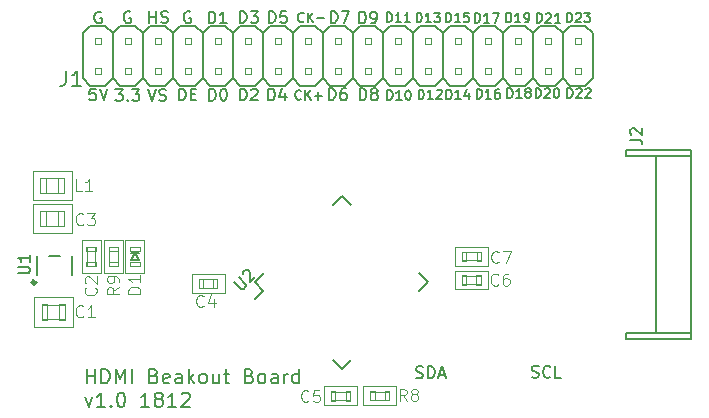
<source format=gto>
G04 #@! TF.GenerationSoftware,KiCad,Pcbnew,(5.0.2)-1*
G04 #@! TF.CreationDate,2018-12-31T23:20:10+09:00*
G04 #@! TF.ProjectId,hdmi,68646d69-2e6b-4696-9361-645f70636258,rev?*
G04 #@! TF.SameCoordinates,Original*
G04 #@! TF.FileFunction,Legend,Top*
G04 #@! TF.FilePolarity,Positive*
%FSLAX46Y46*%
G04 Gerber Fmt 4.6, Leading zero omitted, Abs format (unit mm)*
G04 Created by KiCad (PCBNEW (5.0.2)-1) date 2018/12/31 23:20:10*
%MOMM*%
%LPD*%
G01*
G04 APERTURE LIST*
%ADD10C,0.200000*%
%ADD11C,0.150000*%
%ADD12C,0.101600*%
%ADD13C,0.066040*%
%ADD14C,0.152400*%
%ADD15C,0.300000*%
%ADD16C,0.180000*%
%ADD17C,0.127000*%
%ADD18C,0.076200*%
G04 APERTURE END LIST*
D10*
X101315714Y-126742857D02*
X101315714Y-125542857D01*
X101315714Y-126114285D02*
X102001428Y-126114285D01*
X102001428Y-126742857D02*
X102001428Y-125542857D01*
X102572857Y-126742857D02*
X102572857Y-125542857D01*
X102858571Y-125542857D01*
X103030000Y-125600000D01*
X103144285Y-125714285D01*
X103201428Y-125828571D01*
X103258571Y-126057142D01*
X103258571Y-126228571D01*
X103201428Y-126457142D01*
X103144285Y-126571428D01*
X103030000Y-126685714D01*
X102858571Y-126742857D01*
X102572857Y-126742857D01*
X103772857Y-126742857D02*
X103772857Y-125542857D01*
X104172857Y-126400000D01*
X104572857Y-125542857D01*
X104572857Y-126742857D01*
X105144285Y-126742857D02*
X105144285Y-125542857D01*
X107030000Y-126114285D02*
X107201428Y-126171428D01*
X107258571Y-126228571D01*
X107315714Y-126342857D01*
X107315714Y-126514285D01*
X107258571Y-126628571D01*
X107201428Y-126685714D01*
X107087142Y-126742857D01*
X106630000Y-126742857D01*
X106630000Y-125542857D01*
X107030000Y-125542857D01*
X107144285Y-125600000D01*
X107201428Y-125657142D01*
X107258571Y-125771428D01*
X107258571Y-125885714D01*
X107201428Y-126000000D01*
X107144285Y-126057142D01*
X107030000Y-126114285D01*
X106630000Y-126114285D01*
X108287142Y-126685714D02*
X108172857Y-126742857D01*
X107944285Y-126742857D01*
X107830000Y-126685714D01*
X107772857Y-126571428D01*
X107772857Y-126114285D01*
X107830000Y-126000000D01*
X107944285Y-125942857D01*
X108172857Y-125942857D01*
X108287142Y-126000000D01*
X108344285Y-126114285D01*
X108344285Y-126228571D01*
X107772857Y-126342857D01*
X109372857Y-126742857D02*
X109372857Y-126114285D01*
X109315714Y-126000000D01*
X109201428Y-125942857D01*
X108972857Y-125942857D01*
X108858571Y-126000000D01*
X109372857Y-126685714D02*
X109258571Y-126742857D01*
X108972857Y-126742857D01*
X108858571Y-126685714D01*
X108801428Y-126571428D01*
X108801428Y-126457142D01*
X108858571Y-126342857D01*
X108972857Y-126285714D01*
X109258571Y-126285714D01*
X109372857Y-126228571D01*
X109944285Y-126742857D02*
X109944285Y-125542857D01*
X110058571Y-126285714D02*
X110401428Y-126742857D01*
X110401428Y-125942857D02*
X109944285Y-126400000D01*
X111087142Y-126742857D02*
X110972857Y-126685714D01*
X110915714Y-126628571D01*
X110858571Y-126514285D01*
X110858571Y-126171428D01*
X110915714Y-126057142D01*
X110972857Y-126000000D01*
X111087142Y-125942857D01*
X111258571Y-125942857D01*
X111372857Y-126000000D01*
X111430000Y-126057142D01*
X111487142Y-126171428D01*
X111487142Y-126514285D01*
X111430000Y-126628571D01*
X111372857Y-126685714D01*
X111258571Y-126742857D01*
X111087142Y-126742857D01*
X112515714Y-125942857D02*
X112515714Y-126742857D01*
X112001428Y-125942857D02*
X112001428Y-126571428D01*
X112058571Y-126685714D01*
X112172857Y-126742857D01*
X112344285Y-126742857D01*
X112458571Y-126685714D01*
X112515714Y-126628571D01*
X112915714Y-125942857D02*
X113372857Y-125942857D01*
X113087142Y-125542857D02*
X113087142Y-126571428D01*
X113144285Y-126685714D01*
X113258571Y-126742857D01*
X113372857Y-126742857D01*
X115087142Y-126114285D02*
X115258571Y-126171428D01*
X115315714Y-126228571D01*
X115372857Y-126342857D01*
X115372857Y-126514285D01*
X115315714Y-126628571D01*
X115258571Y-126685714D01*
X115144285Y-126742857D01*
X114687142Y-126742857D01*
X114687142Y-125542857D01*
X115087142Y-125542857D01*
X115201428Y-125600000D01*
X115258571Y-125657142D01*
X115315714Y-125771428D01*
X115315714Y-125885714D01*
X115258571Y-126000000D01*
X115201428Y-126057142D01*
X115087142Y-126114285D01*
X114687142Y-126114285D01*
X116058571Y-126742857D02*
X115944285Y-126685714D01*
X115887142Y-126628571D01*
X115830000Y-126514285D01*
X115830000Y-126171428D01*
X115887142Y-126057142D01*
X115944285Y-126000000D01*
X116058571Y-125942857D01*
X116230000Y-125942857D01*
X116344285Y-126000000D01*
X116401428Y-126057142D01*
X116458571Y-126171428D01*
X116458571Y-126514285D01*
X116401428Y-126628571D01*
X116344285Y-126685714D01*
X116230000Y-126742857D01*
X116058571Y-126742857D01*
X117487142Y-126742857D02*
X117487142Y-126114285D01*
X117430000Y-126000000D01*
X117315714Y-125942857D01*
X117087142Y-125942857D01*
X116972857Y-126000000D01*
X117487142Y-126685714D02*
X117372857Y-126742857D01*
X117087142Y-126742857D01*
X116972857Y-126685714D01*
X116915714Y-126571428D01*
X116915714Y-126457142D01*
X116972857Y-126342857D01*
X117087142Y-126285714D01*
X117372857Y-126285714D01*
X117487142Y-126228571D01*
X118058571Y-126742857D02*
X118058571Y-125942857D01*
X118058571Y-126171428D02*
X118115714Y-126057142D01*
X118172857Y-126000000D01*
X118287142Y-125942857D01*
X118401428Y-125942857D01*
X119315714Y-126742857D02*
X119315714Y-125542857D01*
X119315714Y-126685714D02*
X119201428Y-126742857D01*
X118972857Y-126742857D01*
X118858571Y-126685714D01*
X118801428Y-126628571D01*
X118744285Y-126514285D01*
X118744285Y-126171428D01*
X118801428Y-126057142D01*
X118858571Y-126000000D01*
X118972857Y-125942857D01*
X119201428Y-125942857D01*
X119315714Y-126000000D01*
X101201428Y-127942857D02*
X101487142Y-128742857D01*
X101772857Y-127942857D01*
X102858571Y-128742857D02*
X102172857Y-128742857D01*
X102515714Y-128742857D02*
X102515714Y-127542857D01*
X102401428Y-127714285D01*
X102287142Y-127828571D01*
X102172857Y-127885714D01*
X103372857Y-128628571D02*
X103430000Y-128685714D01*
X103372857Y-128742857D01*
X103315714Y-128685714D01*
X103372857Y-128628571D01*
X103372857Y-128742857D01*
X104172857Y-127542857D02*
X104287142Y-127542857D01*
X104401428Y-127600000D01*
X104458571Y-127657142D01*
X104515714Y-127771428D01*
X104572857Y-128000000D01*
X104572857Y-128285714D01*
X104515714Y-128514285D01*
X104458571Y-128628571D01*
X104401428Y-128685714D01*
X104287142Y-128742857D01*
X104172857Y-128742857D01*
X104058571Y-128685714D01*
X104001428Y-128628571D01*
X103944285Y-128514285D01*
X103887142Y-128285714D01*
X103887142Y-128000000D01*
X103944285Y-127771428D01*
X104001428Y-127657142D01*
X104058571Y-127600000D01*
X104172857Y-127542857D01*
X106630000Y-128742857D02*
X105944285Y-128742857D01*
X106287142Y-128742857D02*
X106287142Y-127542857D01*
X106172857Y-127714285D01*
X106058571Y-127828571D01*
X105944285Y-127885714D01*
X107315714Y-128057142D02*
X107201428Y-128000000D01*
X107144285Y-127942857D01*
X107087142Y-127828571D01*
X107087142Y-127771428D01*
X107144285Y-127657142D01*
X107201428Y-127600000D01*
X107315714Y-127542857D01*
X107544285Y-127542857D01*
X107658571Y-127600000D01*
X107715714Y-127657142D01*
X107772857Y-127771428D01*
X107772857Y-127828571D01*
X107715714Y-127942857D01*
X107658571Y-128000000D01*
X107544285Y-128057142D01*
X107315714Y-128057142D01*
X107201428Y-128114285D01*
X107144285Y-128171428D01*
X107087142Y-128285714D01*
X107087142Y-128514285D01*
X107144285Y-128628571D01*
X107201428Y-128685714D01*
X107315714Y-128742857D01*
X107544285Y-128742857D01*
X107658571Y-128685714D01*
X107715714Y-128628571D01*
X107772857Y-128514285D01*
X107772857Y-128285714D01*
X107715714Y-128171428D01*
X107658571Y-128114285D01*
X107544285Y-128057142D01*
X108915714Y-128742857D02*
X108230000Y-128742857D01*
X108572857Y-128742857D02*
X108572857Y-127542857D01*
X108458571Y-127714285D01*
X108344285Y-127828571D01*
X108230000Y-127885714D01*
X109372857Y-127657142D02*
X109430000Y-127600000D01*
X109544285Y-127542857D01*
X109830000Y-127542857D01*
X109944285Y-127600000D01*
X110001428Y-127657142D01*
X110058571Y-127771428D01*
X110058571Y-127885714D01*
X110001428Y-128057142D01*
X109315714Y-128742857D01*
X110058571Y-128742857D01*
X142028571Y-102561904D02*
X142028571Y-101761904D01*
X142219047Y-101761904D01*
X142333333Y-101800000D01*
X142409523Y-101876190D01*
X142447619Y-101952380D01*
X142485714Y-102104761D01*
X142485714Y-102219047D01*
X142447619Y-102371428D01*
X142409523Y-102447619D01*
X142333333Y-102523809D01*
X142219047Y-102561904D01*
X142028571Y-102561904D01*
X142790476Y-101838095D02*
X142828571Y-101800000D01*
X142904761Y-101761904D01*
X143095238Y-101761904D01*
X143171428Y-101800000D01*
X143209523Y-101838095D01*
X143247619Y-101914285D01*
X143247619Y-101990476D01*
X143209523Y-102104761D01*
X142752380Y-102561904D01*
X143247619Y-102561904D01*
X143552380Y-101838095D02*
X143590476Y-101800000D01*
X143666666Y-101761904D01*
X143857142Y-101761904D01*
X143933333Y-101800000D01*
X143971428Y-101838095D01*
X144009523Y-101914285D01*
X144009523Y-101990476D01*
X143971428Y-102104761D01*
X143514285Y-102561904D01*
X144009523Y-102561904D01*
X139328571Y-102561904D02*
X139328571Y-101761904D01*
X139519047Y-101761904D01*
X139633333Y-101800000D01*
X139709523Y-101876190D01*
X139747619Y-101952380D01*
X139785714Y-102104761D01*
X139785714Y-102219047D01*
X139747619Y-102371428D01*
X139709523Y-102447619D01*
X139633333Y-102523809D01*
X139519047Y-102561904D01*
X139328571Y-102561904D01*
X140090476Y-101838095D02*
X140128571Y-101800000D01*
X140204761Y-101761904D01*
X140395238Y-101761904D01*
X140471428Y-101800000D01*
X140509523Y-101838095D01*
X140547619Y-101914285D01*
X140547619Y-101990476D01*
X140509523Y-102104761D01*
X140052380Y-102561904D01*
X140547619Y-102561904D01*
X141042857Y-101761904D02*
X141119047Y-101761904D01*
X141195238Y-101800000D01*
X141233333Y-101838095D01*
X141271428Y-101914285D01*
X141309523Y-102066666D01*
X141309523Y-102257142D01*
X141271428Y-102409523D01*
X141233333Y-102485714D01*
X141195238Y-102523809D01*
X141119047Y-102561904D01*
X141042857Y-102561904D01*
X140966666Y-102523809D01*
X140928571Y-102485714D01*
X140890476Y-102409523D01*
X140852380Y-102257142D01*
X140852380Y-102066666D01*
X140890476Y-101914285D01*
X140928571Y-101838095D01*
X140966666Y-101800000D01*
X141042857Y-101761904D01*
X136948571Y-102581904D02*
X136948571Y-101781904D01*
X137139047Y-101781904D01*
X137253333Y-101820000D01*
X137329523Y-101896190D01*
X137367619Y-101972380D01*
X137405714Y-102124761D01*
X137405714Y-102239047D01*
X137367619Y-102391428D01*
X137329523Y-102467619D01*
X137253333Y-102543809D01*
X137139047Y-102581904D01*
X136948571Y-102581904D01*
X138167619Y-102581904D02*
X137710476Y-102581904D01*
X137939047Y-102581904D02*
X137939047Y-101781904D01*
X137862857Y-101896190D01*
X137786666Y-101972380D01*
X137710476Y-102010476D01*
X138624761Y-102124761D02*
X138548571Y-102086666D01*
X138510476Y-102048571D01*
X138472380Y-101972380D01*
X138472380Y-101934285D01*
X138510476Y-101858095D01*
X138548571Y-101820000D01*
X138624761Y-101781904D01*
X138777142Y-101781904D01*
X138853333Y-101820000D01*
X138891428Y-101858095D01*
X138929523Y-101934285D01*
X138929523Y-101972380D01*
X138891428Y-102048571D01*
X138853333Y-102086666D01*
X138777142Y-102124761D01*
X138624761Y-102124761D01*
X138548571Y-102162857D01*
X138510476Y-102200952D01*
X138472380Y-102277142D01*
X138472380Y-102429523D01*
X138510476Y-102505714D01*
X138548571Y-102543809D01*
X138624761Y-102581904D01*
X138777142Y-102581904D01*
X138853333Y-102543809D01*
X138891428Y-102505714D01*
X138929523Y-102429523D01*
X138929523Y-102277142D01*
X138891428Y-102200952D01*
X138853333Y-102162857D01*
X138777142Y-102124761D01*
X134338571Y-102641904D02*
X134338571Y-101841904D01*
X134529047Y-101841904D01*
X134643333Y-101880000D01*
X134719523Y-101956190D01*
X134757619Y-102032380D01*
X134795714Y-102184761D01*
X134795714Y-102299047D01*
X134757619Y-102451428D01*
X134719523Y-102527619D01*
X134643333Y-102603809D01*
X134529047Y-102641904D01*
X134338571Y-102641904D01*
X135557619Y-102641904D02*
X135100476Y-102641904D01*
X135329047Y-102641904D02*
X135329047Y-101841904D01*
X135252857Y-101956190D01*
X135176666Y-102032380D01*
X135100476Y-102070476D01*
X136243333Y-101841904D02*
X136090952Y-101841904D01*
X136014761Y-101880000D01*
X135976666Y-101918095D01*
X135900476Y-102032380D01*
X135862380Y-102184761D01*
X135862380Y-102489523D01*
X135900476Y-102565714D01*
X135938571Y-102603809D01*
X136014761Y-102641904D01*
X136167142Y-102641904D01*
X136243333Y-102603809D01*
X136281428Y-102565714D01*
X136319523Y-102489523D01*
X136319523Y-102299047D01*
X136281428Y-102222857D01*
X136243333Y-102184761D01*
X136167142Y-102146666D01*
X136014761Y-102146666D01*
X135938571Y-102184761D01*
X135900476Y-102222857D01*
X135862380Y-102299047D01*
X131778571Y-102681904D02*
X131778571Y-101881904D01*
X131969047Y-101881904D01*
X132083333Y-101920000D01*
X132159523Y-101996190D01*
X132197619Y-102072380D01*
X132235714Y-102224761D01*
X132235714Y-102339047D01*
X132197619Y-102491428D01*
X132159523Y-102567619D01*
X132083333Y-102643809D01*
X131969047Y-102681904D01*
X131778571Y-102681904D01*
X132997619Y-102681904D02*
X132540476Y-102681904D01*
X132769047Y-102681904D02*
X132769047Y-101881904D01*
X132692857Y-101996190D01*
X132616666Y-102072380D01*
X132540476Y-102110476D01*
X133683333Y-102148571D02*
X133683333Y-102681904D01*
X133492857Y-101843809D02*
X133302380Y-102415238D01*
X133797619Y-102415238D01*
X141968571Y-96171904D02*
X141968571Y-95371904D01*
X142159047Y-95371904D01*
X142273333Y-95410000D01*
X142349523Y-95486190D01*
X142387619Y-95562380D01*
X142425714Y-95714761D01*
X142425714Y-95829047D01*
X142387619Y-95981428D01*
X142349523Y-96057619D01*
X142273333Y-96133809D01*
X142159047Y-96171904D01*
X141968571Y-96171904D01*
X142730476Y-95448095D02*
X142768571Y-95410000D01*
X142844761Y-95371904D01*
X143035238Y-95371904D01*
X143111428Y-95410000D01*
X143149523Y-95448095D01*
X143187619Y-95524285D01*
X143187619Y-95600476D01*
X143149523Y-95714761D01*
X142692380Y-96171904D01*
X143187619Y-96171904D01*
X143454285Y-95371904D02*
X143949523Y-95371904D01*
X143682857Y-95676666D01*
X143797142Y-95676666D01*
X143873333Y-95714761D01*
X143911428Y-95752857D01*
X143949523Y-95829047D01*
X143949523Y-96019523D01*
X143911428Y-96095714D01*
X143873333Y-96133809D01*
X143797142Y-96171904D01*
X143568571Y-96171904D01*
X143492380Y-96133809D01*
X143454285Y-96095714D01*
X139438571Y-96201904D02*
X139438571Y-95401904D01*
X139629047Y-95401904D01*
X139743333Y-95440000D01*
X139819523Y-95516190D01*
X139857619Y-95592380D01*
X139895714Y-95744761D01*
X139895714Y-95859047D01*
X139857619Y-96011428D01*
X139819523Y-96087619D01*
X139743333Y-96163809D01*
X139629047Y-96201904D01*
X139438571Y-96201904D01*
X140200476Y-95478095D02*
X140238571Y-95440000D01*
X140314761Y-95401904D01*
X140505238Y-95401904D01*
X140581428Y-95440000D01*
X140619523Y-95478095D01*
X140657619Y-95554285D01*
X140657619Y-95630476D01*
X140619523Y-95744761D01*
X140162380Y-96201904D01*
X140657619Y-96201904D01*
X141419523Y-96201904D02*
X140962380Y-96201904D01*
X141190952Y-96201904D02*
X141190952Y-95401904D01*
X141114761Y-95516190D01*
X141038571Y-95592380D01*
X140962380Y-95630476D01*
X136828571Y-96191904D02*
X136828571Y-95391904D01*
X137019047Y-95391904D01*
X137133333Y-95430000D01*
X137209523Y-95506190D01*
X137247619Y-95582380D01*
X137285714Y-95734761D01*
X137285714Y-95849047D01*
X137247619Y-96001428D01*
X137209523Y-96077619D01*
X137133333Y-96153809D01*
X137019047Y-96191904D01*
X136828571Y-96191904D01*
X138047619Y-96191904D02*
X137590476Y-96191904D01*
X137819047Y-96191904D02*
X137819047Y-95391904D01*
X137742857Y-95506190D01*
X137666666Y-95582380D01*
X137590476Y-95620476D01*
X138428571Y-96191904D02*
X138580952Y-96191904D01*
X138657142Y-96153809D01*
X138695238Y-96115714D01*
X138771428Y-96001428D01*
X138809523Y-95849047D01*
X138809523Y-95544285D01*
X138771428Y-95468095D01*
X138733333Y-95430000D01*
X138657142Y-95391904D01*
X138504761Y-95391904D01*
X138428571Y-95430000D01*
X138390476Y-95468095D01*
X138352380Y-95544285D01*
X138352380Y-95734761D01*
X138390476Y-95810952D01*
X138428571Y-95849047D01*
X138504761Y-95887142D01*
X138657142Y-95887142D01*
X138733333Y-95849047D01*
X138771428Y-95810952D01*
X138809523Y-95734761D01*
X134198571Y-96201904D02*
X134198571Y-95401904D01*
X134389047Y-95401904D01*
X134503333Y-95440000D01*
X134579523Y-95516190D01*
X134617619Y-95592380D01*
X134655714Y-95744761D01*
X134655714Y-95859047D01*
X134617619Y-96011428D01*
X134579523Y-96087619D01*
X134503333Y-96163809D01*
X134389047Y-96201904D01*
X134198571Y-96201904D01*
X135417619Y-96201904D02*
X134960476Y-96201904D01*
X135189047Y-96201904D02*
X135189047Y-95401904D01*
X135112857Y-95516190D01*
X135036666Y-95592380D01*
X134960476Y-95630476D01*
X135684285Y-95401904D02*
X136217619Y-95401904D01*
X135874761Y-96201904D01*
X131728571Y-96171904D02*
X131728571Y-95371904D01*
X131919047Y-95371904D01*
X132033333Y-95410000D01*
X132109523Y-95486190D01*
X132147619Y-95562380D01*
X132185714Y-95714761D01*
X132185714Y-95829047D01*
X132147619Y-95981428D01*
X132109523Y-96057619D01*
X132033333Y-96133809D01*
X131919047Y-96171904D01*
X131728571Y-96171904D01*
X132947619Y-96171904D02*
X132490476Y-96171904D01*
X132719047Y-96171904D02*
X132719047Y-95371904D01*
X132642857Y-95486190D01*
X132566666Y-95562380D01*
X132490476Y-95600476D01*
X133671428Y-95371904D02*
X133290476Y-95371904D01*
X133252380Y-95752857D01*
X133290476Y-95714761D01*
X133366666Y-95676666D01*
X133557142Y-95676666D01*
X133633333Y-95714761D01*
X133671428Y-95752857D01*
X133709523Y-95829047D01*
X133709523Y-96019523D01*
X133671428Y-96095714D01*
X133633333Y-96133809D01*
X133557142Y-96171904D01*
X133366666Y-96171904D01*
X133290476Y-96133809D01*
X133252380Y-96095714D01*
X129248571Y-96191904D02*
X129248571Y-95391904D01*
X129439047Y-95391904D01*
X129553333Y-95430000D01*
X129629523Y-95506190D01*
X129667619Y-95582380D01*
X129705714Y-95734761D01*
X129705714Y-95849047D01*
X129667619Y-96001428D01*
X129629523Y-96077619D01*
X129553333Y-96153809D01*
X129439047Y-96191904D01*
X129248571Y-96191904D01*
X130467619Y-96191904D02*
X130010476Y-96191904D01*
X130239047Y-96191904D02*
X130239047Y-95391904D01*
X130162857Y-95506190D01*
X130086666Y-95582380D01*
X130010476Y-95620476D01*
X130734285Y-95391904D02*
X131229523Y-95391904D01*
X130962857Y-95696666D01*
X131077142Y-95696666D01*
X131153333Y-95734761D01*
X131191428Y-95772857D01*
X131229523Y-95849047D01*
X131229523Y-96039523D01*
X131191428Y-96115714D01*
X131153333Y-96153809D01*
X131077142Y-96191904D01*
X130848571Y-96191904D01*
X130772380Y-96153809D01*
X130734285Y-96115714D01*
X129418571Y-102681904D02*
X129418571Y-101881904D01*
X129609047Y-101881904D01*
X129723333Y-101920000D01*
X129799523Y-101996190D01*
X129837619Y-102072380D01*
X129875714Y-102224761D01*
X129875714Y-102339047D01*
X129837619Y-102491428D01*
X129799523Y-102567619D01*
X129723333Y-102643809D01*
X129609047Y-102681904D01*
X129418571Y-102681904D01*
X130637619Y-102681904D02*
X130180476Y-102681904D01*
X130409047Y-102681904D02*
X130409047Y-101881904D01*
X130332857Y-101996190D01*
X130256666Y-102072380D01*
X130180476Y-102110476D01*
X130942380Y-101958095D02*
X130980476Y-101920000D01*
X131056666Y-101881904D01*
X131247142Y-101881904D01*
X131323333Y-101920000D01*
X131361428Y-101958095D01*
X131399523Y-102034285D01*
X131399523Y-102110476D01*
X131361428Y-102224761D01*
X130904285Y-102681904D01*
X131399523Y-102681904D01*
X126778571Y-102731904D02*
X126778571Y-101931904D01*
X126969047Y-101931904D01*
X127083333Y-101970000D01*
X127159523Y-102046190D01*
X127197619Y-102122380D01*
X127235714Y-102274761D01*
X127235714Y-102389047D01*
X127197619Y-102541428D01*
X127159523Y-102617619D01*
X127083333Y-102693809D01*
X126969047Y-102731904D01*
X126778571Y-102731904D01*
X127997619Y-102731904D02*
X127540476Y-102731904D01*
X127769047Y-102731904D02*
X127769047Y-101931904D01*
X127692857Y-102046190D01*
X127616666Y-102122380D01*
X127540476Y-102160476D01*
X128492857Y-101931904D02*
X128569047Y-101931904D01*
X128645238Y-101970000D01*
X128683333Y-102008095D01*
X128721428Y-102084285D01*
X128759523Y-102236666D01*
X128759523Y-102427142D01*
X128721428Y-102579523D01*
X128683333Y-102655714D01*
X128645238Y-102693809D01*
X128569047Y-102731904D01*
X128492857Y-102731904D01*
X128416666Y-102693809D01*
X128378571Y-102655714D01*
X128340476Y-102579523D01*
X128302380Y-102427142D01*
X128302380Y-102236666D01*
X128340476Y-102084285D01*
X128378571Y-102008095D01*
X128416666Y-101970000D01*
X128492857Y-101931904D01*
X126728571Y-96151904D02*
X126728571Y-95351904D01*
X126919047Y-95351904D01*
X127033333Y-95390000D01*
X127109523Y-95466190D01*
X127147619Y-95542380D01*
X127185714Y-95694761D01*
X127185714Y-95809047D01*
X127147619Y-95961428D01*
X127109523Y-96037619D01*
X127033333Y-96113809D01*
X126919047Y-96151904D01*
X126728571Y-96151904D01*
X127947619Y-96151904D02*
X127490476Y-96151904D01*
X127719047Y-96151904D02*
X127719047Y-95351904D01*
X127642857Y-95466190D01*
X127566666Y-95542380D01*
X127490476Y-95580476D01*
X128709523Y-96151904D02*
X128252380Y-96151904D01*
X128480952Y-96151904D02*
X128480952Y-95351904D01*
X128404761Y-95466190D01*
X128328571Y-95542380D01*
X128252380Y-95580476D01*
X139009523Y-126224761D02*
X139152380Y-126272380D01*
X139390476Y-126272380D01*
X139485714Y-126224761D01*
X139533333Y-126177142D01*
X139580952Y-126081904D01*
X139580952Y-125986666D01*
X139533333Y-125891428D01*
X139485714Y-125843809D01*
X139390476Y-125796190D01*
X139200000Y-125748571D01*
X139104761Y-125700952D01*
X139057142Y-125653333D01*
X139009523Y-125558095D01*
X139009523Y-125462857D01*
X139057142Y-125367619D01*
X139104761Y-125320000D01*
X139200000Y-125272380D01*
X139438095Y-125272380D01*
X139580952Y-125320000D01*
X140580952Y-126177142D02*
X140533333Y-126224761D01*
X140390476Y-126272380D01*
X140295238Y-126272380D01*
X140152380Y-126224761D01*
X140057142Y-126129523D01*
X140009523Y-126034285D01*
X139961904Y-125843809D01*
X139961904Y-125700952D01*
X140009523Y-125510476D01*
X140057142Y-125415238D01*
X140152380Y-125320000D01*
X140295238Y-125272380D01*
X140390476Y-125272380D01*
X140533333Y-125320000D01*
X140580952Y-125367619D01*
X141485714Y-126272380D02*
X141009523Y-126272380D01*
X141009523Y-125272380D01*
X129215714Y-126264761D02*
X129358571Y-126312380D01*
X129596666Y-126312380D01*
X129691904Y-126264761D01*
X129739523Y-126217142D01*
X129787142Y-126121904D01*
X129787142Y-126026666D01*
X129739523Y-125931428D01*
X129691904Y-125883809D01*
X129596666Y-125836190D01*
X129406190Y-125788571D01*
X129310952Y-125740952D01*
X129263333Y-125693333D01*
X129215714Y-125598095D01*
X129215714Y-125502857D01*
X129263333Y-125407619D01*
X129310952Y-125360000D01*
X129406190Y-125312380D01*
X129644285Y-125312380D01*
X129787142Y-125360000D01*
X130215714Y-126312380D02*
X130215714Y-125312380D01*
X130453809Y-125312380D01*
X130596666Y-125360000D01*
X130691904Y-125455238D01*
X130739523Y-125550476D01*
X130787142Y-125740952D01*
X130787142Y-125883809D01*
X130739523Y-126074285D01*
X130691904Y-126169523D01*
X130596666Y-126264761D01*
X130453809Y-126312380D01*
X130215714Y-126312380D01*
X131168095Y-126026666D02*
X131644285Y-126026666D01*
X131072857Y-126312380D02*
X131406190Y-125312380D01*
X131739523Y-126312380D01*
X124431904Y-102782380D02*
X124431904Y-101782380D01*
X124670000Y-101782380D01*
X124812857Y-101830000D01*
X124908095Y-101925238D01*
X124955714Y-102020476D01*
X125003333Y-102210952D01*
X125003333Y-102353809D01*
X124955714Y-102544285D01*
X124908095Y-102639523D01*
X124812857Y-102734761D01*
X124670000Y-102782380D01*
X124431904Y-102782380D01*
X125574761Y-102210952D02*
X125479523Y-102163333D01*
X125431904Y-102115714D01*
X125384285Y-102020476D01*
X125384285Y-101972857D01*
X125431904Y-101877619D01*
X125479523Y-101830000D01*
X125574761Y-101782380D01*
X125765238Y-101782380D01*
X125860476Y-101830000D01*
X125908095Y-101877619D01*
X125955714Y-101972857D01*
X125955714Y-102020476D01*
X125908095Y-102115714D01*
X125860476Y-102163333D01*
X125765238Y-102210952D01*
X125574761Y-102210952D01*
X125479523Y-102258571D01*
X125431904Y-102306190D01*
X125384285Y-102401428D01*
X125384285Y-102591904D01*
X125431904Y-102687142D01*
X125479523Y-102734761D01*
X125574761Y-102782380D01*
X125765238Y-102782380D01*
X125860476Y-102734761D01*
X125908095Y-102687142D01*
X125955714Y-102591904D01*
X125955714Y-102401428D01*
X125908095Y-102306190D01*
X125860476Y-102258571D01*
X125765238Y-102210952D01*
X121821904Y-102772380D02*
X121821904Y-101772380D01*
X122060000Y-101772380D01*
X122202857Y-101820000D01*
X122298095Y-101915238D01*
X122345714Y-102010476D01*
X122393333Y-102200952D01*
X122393333Y-102343809D01*
X122345714Y-102534285D01*
X122298095Y-102629523D01*
X122202857Y-102724761D01*
X122060000Y-102772380D01*
X121821904Y-102772380D01*
X123250476Y-101772380D02*
X123060000Y-101772380D01*
X122964761Y-101820000D01*
X122917142Y-101867619D01*
X122821904Y-102010476D01*
X122774285Y-102200952D01*
X122774285Y-102581904D01*
X122821904Y-102677142D01*
X122869523Y-102724761D01*
X122964761Y-102772380D01*
X123155238Y-102772380D01*
X123250476Y-102724761D01*
X123298095Y-102677142D01*
X123345714Y-102581904D01*
X123345714Y-102343809D01*
X123298095Y-102248571D01*
X123250476Y-102200952D01*
X123155238Y-102153333D01*
X122964761Y-102153333D01*
X122869523Y-102200952D01*
X122821904Y-102248571D01*
X122774285Y-102343809D01*
X124381904Y-96272380D02*
X124381904Y-95272380D01*
X124620000Y-95272380D01*
X124762857Y-95320000D01*
X124858095Y-95415238D01*
X124905714Y-95510476D01*
X124953333Y-95700952D01*
X124953333Y-95843809D01*
X124905714Y-96034285D01*
X124858095Y-96129523D01*
X124762857Y-96224761D01*
X124620000Y-96272380D01*
X124381904Y-96272380D01*
X125429523Y-96272380D02*
X125620000Y-96272380D01*
X125715238Y-96224761D01*
X125762857Y-96177142D01*
X125858095Y-96034285D01*
X125905714Y-95843809D01*
X125905714Y-95462857D01*
X125858095Y-95367619D01*
X125810476Y-95320000D01*
X125715238Y-95272380D01*
X125524761Y-95272380D01*
X125429523Y-95320000D01*
X125381904Y-95367619D01*
X125334285Y-95462857D01*
X125334285Y-95700952D01*
X125381904Y-95796190D01*
X125429523Y-95843809D01*
X125524761Y-95891428D01*
X125715238Y-95891428D01*
X125810476Y-95843809D01*
X125858095Y-95796190D01*
X125905714Y-95700952D01*
X121991904Y-96252380D02*
X121991904Y-95252380D01*
X122230000Y-95252380D01*
X122372857Y-95300000D01*
X122468095Y-95395238D01*
X122515714Y-95490476D01*
X122563333Y-95680952D01*
X122563333Y-95823809D01*
X122515714Y-96014285D01*
X122468095Y-96109523D01*
X122372857Y-96204761D01*
X122230000Y-96252380D01*
X121991904Y-96252380D01*
X122896666Y-95252380D02*
X123563333Y-95252380D01*
X123134761Y-96252380D01*
X116751904Y-96242380D02*
X116751904Y-95242380D01*
X116990000Y-95242380D01*
X117132857Y-95290000D01*
X117228095Y-95385238D01*
X117275714Y-95480476D01*
X117323333Y-95670952D01*
X117323333Y-95813809D01*
X117275714Y-96004285D01*
X117228095Y-96099523D01*
X117132857Y-96194761D01*
X116990000Y-96242380D01*
X116751904Y-96242380D01*
X118228095Y-95242380D02*
X117751904Y-95242380D01*
X117704285Y-95718571D01*
X117751904Y-95670952D01*
X117847142Y-95623333D01*
X118085238Y-95623333D01*
X118180476Y-95670952D01*
X118228095Y-95718571D01*
X118275714Y-95813809D01*
X118275714Y-96051904D01*
X118228095Y-96147142D01*
X118180476Y-96194761D01*
X118085238Y-96242380D01*
X117847142Y-96242380D01*
X117751904Y-96194761D01*
X117704285Y-96147142D01*
X114291904Y-96242380D02*
X114291904Y-95242380D01*
X114530000Y-95242380D01*
X114672857Y-95290000D01*
X114768095Y-95385238D01*
X114815714Y-95480476D01*
X114863333Y-95670952D01*
X114863333Y-95813809D01*
X114815714Y-96004285D01*
X114768095Y-96099523D01*
X114672857Y-96194761D01*
X114530000Y-96242380D01*
X114291904Y-96242380D01*
X115196666Y-95242380D02*
X115815714Y-95242380D01*
X115482380Y-95623333D01*
X115625238Y-95623333D01*
X115720476Y-95670952D01*
X115768095Y-95718571D01*
X115815714Y-95813809D01*
X115815714Y-96051904D01*
X115768095Y-96147142D01*
X115720476Y-96194761D01*
X115625238Y-96242380D01*
X115339523Y-96242380D01*
X115244285Y-96194761D01*
X115196666Y-96147142D01*
X119702380Y-96085714D02*
X119664285Y-96123809D01*
X119550000Y-96161904D01*
X119473809Y-96161904D01*
X119359523Y-96123809D01*
X119283333Y-96047619D01*
X119245238Y-95971428D01*
X119207142Y-95819047D01*
X119207142Y-95704761D01*
X119245238Y-95552380D01*
X119283333Y-95476190D01*
X119359523Y-95400000D01*
X119473809Y-95361904D01*
X119550000Y-95361904D01*
X119664285Y-95400000D01*
X119702380Y-95438095D01*
X120045238Y-96161904D02*
X120045238Y-95361904D01*
X120502380Y-96161904D02*
X120159523Y-95704761D01*
X120502380Y-95361904D02*
X120045238Y-95819047D01*
X120845238Y-95857142D02*
X121454761Y-95857142D01*
X119482380Y-102655714D02*
X119444285Y-102693809D01*
X119330000Y-102731904D01*
X119253809Y-102731904D01*
X119139523Y-102693809D01*
X119063333Y-102617619D01*
X119025238Y-102541428D01*
X118987142Y-102389047D01*
X118987142Y-102274761D01*
X119025238Y-102122380D01*
X119063333Y-102046190D01*
X119139523Y-101970000D01*
X119253809Y-101931904D01*
X119330000Y-101931904D01*
X119444285Y-101970000D01*
X119482380Y-102008095D01*
X119825238Y-102731904D02*
X119825238Y-101931904D01*
X120282380Y-102731904D02*
X119939523Y-102274761D01*
X120282380Y-101931904D02*
X119825238Y-102389047D01*
X120625238Y-102427142D02*
X121234761Y-102427142D01*
X120930000Y-102731904D02*
X120930000Y-102122380D01*
X116681904Y-102802380D02*
X116681904Y-101802380D01*
X116920000Y-101802380D01*
X117062857Y-101850000D01*
X117158095Y-101945238D01*
X117205714Y-102040476D01*
X117253333Y-102230952D01*
X117253333Y-102373809D01*
X117205714Y-102564285D01*
X117158095Y-102659523D01*
X117062857Y-102754761D01*
X116920000Y-102802380D01*
X116681904Y-102802380D01*
X118110476Y-102135714D02*
X118110476Y-102802380D01*
X117872380Y-101754761D02*
X117634285Y-102469047D01*
X118253333Y-102469047D01*
X111641904Y-96282380D02*
X111641904Y-95282380D01*
X111880000Y-95282380D01*
X112022857Y-95330000D01*
X112118095Y-95425238D01*
X112165714Y-95520476D01*
X112213333Y-95710952D01*
X112213333Y-95853809D01*
X112165714Y-96044285D01*
X112118095Y-96139523D01*
X112022857Y-96234761D01*
X111880000Y-96282380D01*
X111641904Y-96282380D01*
X113165714Y-96282380D02*
X112594285Y-96282380D01*
X112880000Y-96282380D02*
X112880000Y-95282380D01*
X112784761Y-95425238D01*
X112689523Y-95520476D01*
X112594285Y-95568095D01*
X114281904Y-102802380D02*
X114281904Y-101802380D01*
X114520000Y-101802380D01*
X114662857Y-101850000D01*
X114758095Y-101945238D01*
X114805714Y-102040476D01*
X114853333Y-102230952D01*
X114853333Y-102373809D01*
X114805714Y-102564285D01*
X114758095Y-102659523D01*
X114662857Y-102754761D01*
X114520000Y-102802380D01*
X114281904Y-102802380D01*
X115234285Y-101897619D02*
X115281904Y-101850000D01*
X115377142Y-101802380D01*
X115615238Y-101802380D01*
X115710476Y-101850000D01*
X115758095Y-101897619D01*
X115805714Y-101992857D01*
X115805714Y-102088095D01*
X115758095Y-102230952D01*
X115186666Y-102802380D01*
X115805714Y-102802380D01*
X111671904Y-102812380D02*
X111671904Y-101812380D01*
X111910000Y-101812380D01*
X112052857Y-101860000D01*
X112148095Y-101955238D01*
X112195714Y-102050476D01*
X112243333Y-102240952D01*
X112243333Y-102383809D01*
X112195714Y-102574285D01*
X112148095Y-102669523D01*
X112052857Y-102764761D01*
X111910000Y-102812380D01*
X111671904Y-102812380D01*
X112862380Y-101812380D02*
X112957619Y-101812380D01*
X113052857Y-101860000D01*
X113100476Y-101907619D01*
X113148095Y-102002857D01*
X113195714Y-102193333D01*
X113195714Y-102431428D01*
X113148095Y-102621904D01*
X113100476Y-102717142D01*
X113052857Y-102764761D01*
X112957619Y-102812380D01*
X112862380Y-102812380D01*
X112767142Y-102764761D01*
X112719523Y-102717142D01*
X112671904Y-102621904D01*
X112624285Y-102431428D01*
X112624285Y-102193333D01*
X112671904Y-102002857D01*
X112719523Y-101907619D01*
X112767142Y-101860000D01*
X112862380Y-101812380D01*
X109125714Y-102792380D02*
X109125714Y-101792380D01*
X109363809Y-101792380D01*
X109506666Y-101840000D01*
X109601904Y-101935238D01*
X109649523Y-102030476D01*
X109697142Y-102220952D01*
X109697142Y-102363809D01*
X109649523Y-102554285D01*
X109601904Y-102649523D01*
X109506666Y-102744761D01*
X109363809Y-102792380D01*
X109125714Y-102792380D01*
X110125714Y-102268571D02*
X110459047Y-102268571D01*
X110601904Y-102792380D02*
X110125714Y-102792380D01*
X110125714Y-101792380D01*
X110601904Y-101792380D01*
X110101904Y-95300000D02*
X110006666Y-95252380D01*
X109863809Y-95252380D01*
X109720952Y-95300000D01*
X109625714Y-95395238D01*
X109578095Y-95490476D01*
X109530476Y-95680952D01*
X109530476Y-95823809D01*
X109578095Y-96014285D01*
X109625714Y-96109523D01*
X109720952Y-96204761D01*
X109863809Y-96252380D01*
X109959047Y-96252380D01*
X110101904Y-96204761D01*
X110149523Y-96157142D01*
X110149523Y-95823809D01*
X109959047Y-95823809D01*
X106618095Y-96222380D02*
X106618095Y-95222380D01*
X106618095Y-95698571D02*
X107189523Y-95698571D01*
X107189523Y-96222380D02*
X107189523Y-95222380D01*
X107618095Y-96174761D02*
X107760952Y-96222380D01*
X107999047Y-96222380D01*
X108094285Y-96174761D01*
X108141904Y-96127142D01*
X108189523Y-96031904D01*
X108189523Y-95936666D01*
X108141904Y-95841428D01*
X108094285Y-95793809D01*
X107999047Y-95746190D01*
X107808571Y-95698571D01*
X107713333Y-95650952D01*
X107665714Y-95603333D01*
X107618095Y-95508095D01*
X107618095Y-95412857D01*
X107665714Y-95317619D01*
X107713333Y-95270000D01*
X107808571Y-95222380D01*
X108046666Y-95222380D01*
X108189523Y-95270000D01*
X106510476Y-101832380D02*
X106843809Y-102832380D01*
X107177142Y-101832380D01*
X107462857Y-102784761D02*
X107605714Y-102832380D01*
X107843809Y-102832380D01*
X107939047Y-102784761D01*
X107986666Y-102737142D01*
X108034285Y-102641904D01*
X108034285Y-102546666D01*
X107986666Y-102451428D01*
X107939047Y-102403809D01*
X107843809Y-102356190D01*
X107653333Y-102308571D01*
X107558095Y-102260952D01*
X107510476Y-102213333D01*
X107462857Y-102118095D01*
X107462857Y-102022857D01*
X107510476Y-101927619D01*
X107558095Y-101880000D01*
X107653333Y-101832380D01*
X107891428Y-101832380D01*
X108034285Y-101880000D01*
X105011904Y-95300000D02*
X104916666Y-95252380D01*
X104773809Y-95252380D01*
X104630952Y-95300000D01*
X104535714Y-95395238D01*
X104488095Y-95490476D01*
X104440476Y-95680952D01*
X104440476Y-95823809D01*
X104488095Y-96014285D01*
X104535714Y-96109523D01*
X104630952Y-96204761D01*
X104773809Y-96252380D01*
X104869047Y-96252380D01*
X105011904Y-96204761D01*
X105059523Y-96157142D01*
X105059523Y-95823809D01*
X104869047Y-95823809D01*
X102551904Y-95330000D02*
X102456666Y-95282380D01*
X102313809Y-95282380D01*
X102170952Y-95330000D01*
X102075714Y-95425238D01*
X102028095Y-95520476D01*
X101980476Y-95710952D01*
X101980476Y-95853809D01*
X102028095Y-96044285D01*
X102075714Y-96139523D01*
X102170952Y-96234761D01*
X102313809Y-96282380D01*
X102409047Y-96282380D01*
X102551904Y-96234761D01*
X102599523Y-96187142D01*
X102599523Y-95853809D01*
X102409047Y-95853809D01*
X103742380Y-101842380D02*
X104361428Y-101842380D01*
X104028095Y-102223333D01*
X104170952Y-102223333D01*
X104266190Y-102270952D01*
X104313809Y-102318571D01*
X104361428Y-102413809D01*
X104361428Y-102651904D01*
X104313809Y-102747142D01*
X104266190Y-102794761D01*
X104170952Y-102842380D01*
X103885238Y-102842380D01*
X103790000Y-102794761D01*
X103742380Y-102747142D01*
X104790000Y-102747142D02*
X104837619Y-102794761D01*
X104790000Y-102842380D01*
X104742380Y-102794761D01*
X104790000Y-102747142D01*
X104790000Y-102842380D01*
X105170952Y-101842380D02*
X105790000Y-101842380D01*
X105456666Y-102223333D01*
X105599523Y-102223333D01*
X105694761Y-102270952D01*
X105742380Y-102318571D01*
X105790000Y-102413809D01*
X105790000Y-102651904D01*
X105742380Y-102747142D01*
X105694761Y-102794761D01*
X105599523Y-102842380D01*
X105313809Y-102842380D01*
X105218571Y-102794761D01*
X105170952Y-102747142D01*
X102079523Y-101802380D02*
X101603333Y-101802380D01*
X101555714Y-102278571D01*
X101603333Y-102230952D01*
X101698571Y-102183333D01*
X101936666Y-102183333D01*
X102031904Y-102230952D01*
X102079523Y-102278571D01*
X102127142Y-102373809D01*
X102127142Y-102611904D01*
X102079523Y-102707142D01*
X102031904Y-102754761D01*
X101936666Y-102802380D01*
X101698571Y-102802380D01*
X101603333Y-102754761D01*
X101555714Y-102707142D01*
X102412857Y-101802380D02*
X102746190Y-102802380D01*
X103079523Y-101802380D01*
D11*
G04 #@! TO.C,J2*
X149500000Y-107500000D02*
X147000000Y-107500000D01*
X147000000Y-107500000D02*
X147000000Y-107000000D01*
X147000000Y-107000000D02*
X152500000Y-107000000D01*
X152500000Y-107000000D02*
X152500000Y-107500000D01*
X152500000Y-122500000D02*
X152500000Y-123000000D01*
X152500000Y-123000000D02*
X147000000Y-123000000D01*
X147000000Y-123000000D02*
X147000000Y-122500000D01*
X147000000Y-122500000D02*
X149500000Y-122500000D01*
X152500000Y-107500000D02*
X152500000Y-122500000D01*
X152500000Y-122500000D02*
X149500000Y-122500000D01*
X149500000Y-122500000D02*
X149500000Y-107500000D01*
X149500000Y-107500000D02*
X152500000Y-107500000D01*
D12*
G04 #@! TO.C,C1*
X97577240Y-120100560D02*
X99426360Y-120100560D01*
X99426360Y-121299440D02*
X97577240Y-121299440D01*
D13*
X100150260Y-119450320D02*
X100150260Y-121949680D01*
X100150260Y-121949680D02*
X96853340Y-121949680D01*
X96853340Y-119450320D02*
X96853340Y-121949680D01*
X100150260Y-119450320D02*
X96853340Y-119450320D01*
X98003960Y-120052300D02*
X98003960Y-121347700D01*
X98003960Y-121347700D02*
X97503580Y-121347700D01*
X97503580Y-120052300D02*
X97503580Y-121347700D01*
X98003960Y-120052300D02*
X97503580Y-120052300D01*
X99500020Y-120052300D02*
X99500020Y-121347700D01*
X99500020Y-121347700D02*
X98999640Y-121347700D01*
X98999640Y-120052300D02*
X98999640Y-121347700D01*
X99500020Y-120052300D02*
X98999640Y-120052300D01*
G04 #@! TO.C,C2*
X101301220Y-115202440D02*
X101301220Y-115550420D01*
X101301220Y-115550420D02*
X102098780Y-115550420D01*
X102098780Y-115202440D02*
X102098780Y-115550420D01*
X101301220Y-115202440D02*
X102098780Y-115202440D01*
X101301220Y-116449580D02*
X101301220Y-116797560D01*
X101301220Y-116797560D02*
X102098780Y-116797560D01*
X102098780Y-116449580D02*
X102098780Y-116797560D01*
X101301220Y-116449580D02*
X102098780Y-116449580D01*
X100902440Y-114600460D02*
X100902440Y-117399540D01*
X100902440Y-117399540D02*
X102497560Y-117399540D01*
X102497560Y-114600460D02*
X102497560Y-117399540D01*
X100902440Y-114600460D02*
X102497560Y-114600460D01*
D12*
X102047980Y-115276100D02*
X102047980Y-116723900D01*
X101352020Y-116723900D02*
X101352020Y-115276100D01*
D13*
G04 #@! TO.C,C3*
X97401780Y-113447700D02*
X97902160Y-113447700D01*
X97902160Y-113447700D02*
X97902160Y-112152300D01*
X97401780Y-112152300D02*
X97902160Y-112152300D01*
X97401780Y-113447700D02*
X97401780Y-112152300D01*
X98897840Y-113447700D02*
X99398220Y-113447700D01*
X99398220Y-113447700D02*
X99398220Y-112152300D01*
X98897840Y-112152300D02*
X99398220Y-112152300D01*
X98897840Y-113447700D02*
X98897840Y-112152300D01*
X96751540Y-114049680D02*
X100048460Y-114049680D01*
X100048460Y-114049680D02*
X100048460Y-111550320D01*
X96751540Y-111550320D02*
X100048460Y-111550320D01*
X96751540Y-114049680D02*
X96751540Y-111550320D01*
D12*
X97475440Y-112200560D02*
X99324560Y-112200560D01*
X99324560Y-113399440D02*
X97475440Y-113399440D01*
G04 #@! TO.C,C4*
X110876100Y-117952020D02*
X112323900Y-117952020D01*
X112323900Y-118647980D02*
X110876100Y-118647980D01*
D13*
X112999540Y-117502440D02*
X112999540Y-119097560D01*
X112999540Y-119097560D02*
X110200460Y-119097560D01*
X110200460Y-117502440D02*
X110200460Y-119097560D01*
X112999540Y-117502440D02*
X110200460Y-117502440D01*
X111150420Y-117901220D02*
X111150420Y-118698780D01*
X111150420Y-118698780D02*
X110802440Y-118698780D01*
X110802440Y-117901220D02*
X110802440Y-118698780D01*
X111150420Y-117901220D02*
X110802440Y-117901220D01*
X112397560Y-117901220D02*
X112397560Y-118698780D01*
X112397560Y-118698780D02*
X112049580Y-118698780D01*
X112049580Y-117901220D02*
X112049580Y-118698780D01*
X112397560Y-117901220D02*
X112049580Y-117901220D01*
G04 #@! TO.C,C5*
X123607560Y-127411220D02*
X123259580Y-127411220D01*
X123259580Y-127411220D02*
X123259580Y-128208780D01*
X123607560Y-128208780D02*
X123259580Y-128208780D01*
X123607560Y-127411220D02*
X123607560Y-128208780D01*
X122360420Y-127411220D02*
X122012440Y-127411220D01*
X122012440Y-127411220D02*
X122012440Y-128208780D01*
X122360420Y-128208780D02*
X122012440Y-128208780D01*
X122360420Y-127411220D02*
X122360420Y-128208780D01*
X124209540Y-127012440D02*
X121410460Y-127012440D01*
X121410460Y-127012440D02*
X121410460Y-128607560D01*
X124209540Y-128607560D02*
X121410460Y-128607560D01*
X124209540Y-127012440D02*
X124209540Y-128607560D01*
D12*
X123533900Y-128157980D02*
X122086100Y-128157980D01*
X122086100Y-127462020D02*
X123533900Y-127462020D01*
G04 #@! TO.C,C6*
X134597900Y-118347980D02*
X133150100Y-118347980D01*
X133150100Y-117652020D02*
X134597900Y-117652020D01*
D13*
X132474460Y-118797560D02*
X132474460Y-117202440D01*
X132474460Y-117202440D02*
X135273540Y-117202440D01*
X135273540Y-118797560D02*
X135273540Y-117202440D01*
X132474460Y-118797560D02*
X135273540Y-118797560D01*
X134323580Y-118398780D02*
X134323580Y-117601220D01*
X134323580Y-117601220D02*
X134671560Y-117601220D01*
X134671560Y-118398780D02*
X134671560Y-117601220D01*
X134323580Y-118398780D02*
X134671560Y-118398780D01*
X133076440Y-118398780D02*
X133076440Y-117601220D01*
X133076440Y-117601220D02*
X133424420Y-117601220D01*
X133424420Y-118398780D02*
X133424420Y-117601220D01*
X133076440Y-118398780D02*
X133424420Y-118398780D01*
G04 #@! TO.C,C7*
X133102440Y-116398780D02*
X133450420Y-116398780D01*
X133450420Y-116398780D02*
X133450420Y-115601220D01*
X133102440Y-115601220D02*
X133450420Y-115601220D01*
X133102440Y-116398780D02*
X133102440Y-115601220D01*
X134349580Y-116398780D02*
X134697560Y-116398780D01*
X134697560Y-116398780D02*
X134697560Y-115601220D01*
X134349580Y-115601220D02*
X134697560Y-115601220D01*
X134349580Y-116398780D02*
X134349580Y-115601220D01*
X132500460Y-116797560D02*
X135299540Y-116797560D01*
X135299540Y-116797560D02*
X135299540Y-115202440D01*
X132500460Y-115202440D02*
X135299540Y-115202440D01*
X132500460Y-116797560D02*
X132500460Y-115202440D01*
D12*
X133176100Y-115652020D02*
X134623900Y-115652020D01*
X134623900Y-116347980D02*
X133176100Y-116347980D01*
D13*
G04 #@! TO.C,J1*
X102026000Y-100524000D02*
X102534000Y-100524000D01*
X102534000Y-100524000D02*
X102534000Y-100016000D01*
X102026000Y-100016000D02*
X102534000Y-100016000D01*
X102026000Y-100524000D02*
X102026000Y-100016000D01*
X102026000Y-97984000D02*
X102534000Y-97984000D01*
X102534000Y-97984000D02*
X102534000Y-97476000D01*
X102026000Y-97476000D02*
X102534000Y-97476000D01*
X102026000Y-97984000D02*
X102026000Y-97476000D01*
X104566000Y-97984000D02*
X105076540Y-97984000D01*
X105076540Y-97984000D02*
X105076540Y-97476000D01*
X104566000Y-97476000D02*
X105076540Y-97476000D01*
X104566000Y-97984000D02*
X104566000Y-97476000D01*
X104566000Y-100524000D02*
X105076540Y-100524000D01*
X105076540Y-100524000D02*
X105076540Y-100016000D01*
X104566000Y-100016000D02*
X105076540Y-100016000D01*
X104566000Y-100524000D02*
X104566000Y-100016000D01*
X107106000Y-97984000D02*
X107614000Y-97984000D01*
X107614000Y-97984000D02*
X107614000Y-97476000D01*
X107106000Y-97476000D02*
X107614000Y-97476000D01*
X107106000Y-97984000D02*
X107106000Y-97476000D01*
X107106000Y-100524000D02*
X107614000Y-100524000D01*
X107614000Y-100524000D02*
X107614000Y-100016000D01*
X107106000Y-100016000D02*
X107614000Y-100016000D01*
X107106000Y-100524000D02*
X107106000Y-100016000D01*
X109646000Y-97984000D02*
X110154000Y-97984000D01*
X110154000Y-97984000D02*
X110154000Y-97476000D01*
X109646000Y-97476000D02*
X110154000Y-97476000D01*
X109646000Y-97984000D02*
X109646000Y-97476000D01*
X112186000Y-97984000D02*
X112694000Y-97984000D01*
X112694000Y-97984000D02*
X112694000Y-97476000D01*
X112186000Y-97476000D02*
X112694000Y-97476000D01*
X112186000Y-97984000D02*
X112186000Y-97476000D01*
X114726000Y-97984000D02*
X115234000Y-97984000D01*
X115234000Y-97984000D02*
X115234000Y-97476000D01*
X114726000Y-97476000D02*
X115234000Y-97476000D01*
X114726000Y-97984000D02*
X114726000Y-97476000D01*
X109646000Y-100524000D02*
X110154000Y-100524000D01*
X110154000Y-100524000D02*
X110154000Y-100016000D01*
X109646000Y-100016000D02*
X110154000Y-100016000D01*
X109646000Y-100524000D02*
X109646000Y-100016000D01*
X112186000Y-100524000D02*
X112694000Y-100524000D01*
X112694000Y-100524000D02*
X112694000Y-100016000D01*
X112186000Y-100016000D02*
X112694000Y-100016000D01*
X112186000Y-100524000D02*
X112186000Y-100016000D01*
X114726000Y-100524000D02*
X115234000Y-100524000D01*
X115234000Y-100524000D02*
X115234000Y-100016000D01*
X114726000Y-100016000D02*
X115234000Y-100016000D01*
X114726000Y-100524000D02*
X114726000Y-100016000D01*
X117266000Y-97984000D02*
X117774000Y-97984000D01*
X117774000Y-97984000D02*
X117774000Y-97476000D01*
X117266000Y-97476000D02*
X117774000Y-97476000D01*
X117266000Y-97984000D02*
X117266000Y-97476000D01*
X117266000Y-100524000D02*
X117774000Y-100524000D01*
X117774000Y-100524000D02*
X117774000Y-100016000D01*
X117266000Y-100016000D02*
X117774000Y-100016000D01*
X117266000Y-100524000D02*
X117266000Y-100016000D01*
X119806000Y-97984000D02*
X120314000Y-97984000D01*
X120314000Y-97984000D02*
X120314000Y-97476000D01*
X119806000Y-97476000D02*
X120314000Y-97476000D01*
X119806000Y-97984000D02*
X119806000Y-97476000D01*
X119806000Y-100524000D02*
X120314000Y-100524000D01*
X120314000Y-100524000D02*
X120314000Y-100016000D01*
X119806000Y-100016000D02*
X120314000Y-100016000D01*
X119806000Y-100524000D02*
X119806000Y-100016000D01*
X122346000Y-97984000D02*
X122854000Y-97984000D01*
X122854000Y-97984000D02*
X122854000Y-97476000D01*
X122346000Y-97476000D02*
X122854000Y-97476000D01*
X122346000Y-97984000D02*
X122346000Y-97476000D01*
X122346000Y-100524000D02*
X122854000Y-100524000D01*
X122854000Y-100524000D02*
X122854000Y-100016000D01*
X122346000Y-100016000D02*
X122854000Y-100016000D01*
X122346000Y-100524000D02*
X122346000Y-100016000D01*
X124886000Y-97984000D02*
X125394000Y-97984000D01*
X125394000Y-97984000D02*
X125394000Y-97476000D01*
X124886000Y-97476000D02*
X125394000Y-97476000D01*
X124886000Y-97984000D02*
X124886000Y-97476000D01*
X124886000Y-100524000D02*
X125394000Y-100524000D01*
X125394000Y-100524000D02*
X125394000Y-100016000D01*
X124886000Y-100016000D02*
X125394000Y-100016000D01*
X124886000Y-100524000D02*
X124886000Y-100016000D01*
X127426000Y-97984000D02*
X127934000Y-97984000D01*
X127934000Y-97984000D02*
X127934000Y-97476000D01*
X127426000Y-97476000D02*
X127934000Y-97476000D01*
X127426000Y-97984000D02*
X127426000Y-97476000D01*
X127426000Y-100524000D02*
X127934000Y-100524000D01*
X127934000Y-100524000D02*
X127934000Y-100016000D01*
X127426000Y-100016000D02*
X127934000Y-100016000D01*
X127426000Y-100524000D02*
X127426000Y-100016000D01*
X129966000Y-97984000D02*
X130474000Y-97984000D01*
X130474000Y-97984000D02*
X130474000Y-97476000D01*
X129966000Y-97476000D02*
X130474000Y-97476000D01*
X129966000Y-97984000D02*
X129966000Y-97476000D01*
X129966000Y-100524000D02*
X130474000Y-100524000D01*
X130474000Y-100524000D02*
X130474000Y-100016000D01*
X129966000Y-100016000D02*
X130474000Y-100016000D01*
X129966000Y-100524000D02*
X129966000Y-100016000D01*
X132506000Y-97984000D02*
X133014000Y-97984000D01*
X133014000Y-97984000D02*
X133014000Y-97476000D01*
X132506000Y-97476000D02*
X133014000Y-97476000D01*
X132506000Y-97984000D02*
X132506000Y-97476000D01*
X132506000Y-100524000D02*
X133014000Y-100524000D01*
X133014000Y-100524000D02*
X133014000Y-100016000D01*
X132506000Y-100016000D02*
X133014000Y-100016000D01*
X132506000Y-100524000D02*
X132506000Y-100016000D01*
X135046000Y-97984000D02*
X135554000Y-97984000D01*
X135554000Y-97984000D02*
X135554000Y-97476000D01*
X135046000Y-97476000D02*
X135554000Y-97476000D01*
X135046000Y-97984000D02*
X135046000Y-97476000D01*
X135046000Y-100524000D02*
X135554000Y-100524000D01*
X135554000Y-100524000D02*
X135554000Y-100016000D01*
X135046000Y-100016000D02*
X135554000Y-100016000D01*
X135046000Y-100524000D02*
X135046000Y-100016000D01*
X137586000Y-97984000D02*
X138094000Y-97984000D01*
X138094000Y-97984000D02*
X138094000Y-97476000D01*
X137586000Y-97476000D02*
X138094000Y-97476000D01*
X137586000Y-97984000D02*
X137586000Y-97476000D01*
X137586000Y-100524000D02*
X138094000Y-100524000D01*
X138094000Y-100524000D02*
X138094000Y-100016000D01*
X137586000Y-100016000D02*
X138094000Y-100016000D01*
X137586000Y-100524000D02*
X137586000Y-100016000D01*
X140123460Y-97984000D02*
X140634000Y-97984000D01*
X140634000Y-97984000D02*
X140634000Y-97476000D01*
X140123460Y-97476000D02*
X140634000Y-97476000D01*
X140123460Y-97984000D02*
X140123460Y-97476000D01*
X140123460Y-100524000D02*
X140634000Y-100524000D01*
X140634000Y-100524000D02*
X140634000Y-100016000D01*
X140123460Y-100016000D02*
X140634000Y-100016000D01*
X140123460Y-100524000D02*
X140123460Y-100016000D01*
X142666000Y-97984000D02*
X143174000Y-97984000D01*
X143174000Y-97984000D02*
X143174000Y-97476000D01*
X142666000Y-97476000D02*
X143174000Y-97476000D01*
X142666000Y-97984000D02*
X142666000Y-97476000D01*
X142666000Y-100524000D02*
X143174000Y-100524000D01*
X143174000Y-100524000D02*
X143174000Y-100016000D01*
X142666000Y-100016000D02*
X143174000Y-100016000D01*
X142666000Y-100524000D02*
X142666000Y-100016000D01*
D14*
X101010000Y-100905000D02*
X101645000Y-101540000D01*
X101645000Y-101540000D02*
X102915000Y-101540000D01*
X102915000Y-101540000D02*
X103550000Y-100905000D01*
X103550000Y-100905000D02*
X104185000Y-101540000D01*
X104185000Y-101540000D02*
X105455000Y-101540000D01*
X105455000Y-101540000D02*
X106090000Y-100905000D01*
X106090000Y-100905000D02*
X106725000Y-101540000D01*
X106725000Y-101540000D02*
X107995000Y-101540000D01*
X107995000Y-101540000D02*
X108630000Y-100905000D01*
X108630000Y-100905000D02*
X109265000Y-101540000D01*
X109265000Y-101540000D02*
X110535000Y-101540000D01*
X110535000Y-101540000D02*
X111170000Y-100905000D01*
X111170000Y-100905000D02*
X111805000Y-101540000D01*
X111805000Y-101540000D02*
X113075000Y-101540000D01*
X113075000Y-101540000D02*
X113710000Y-100905000D01*
X113710000Y-100905000D02*
X114345000Y-101540000D01*
X114345000Y-101540000D02*
X115615000Y-101540000D01*
X115615000Y-101540000D02*
X116250000Y-100905000D01*
X101010000Y-100905000D02*
X101010000Y-97095000D01*
X101010000Y-97095000D02*
X101645000Y-96460000D01*
X101645000Y-96460000D02*
X102915000Y-96460000D01*
X102915000Y-96460000D02*
X103550000Y-97095000D01*
X103550000Y-97095000D02*
X104185000Y-96460000D01*
X104185000Y-96460000D02*
X105455000Y-96460000D01*
X105455000Y-96460000D02*
X106090000Y-97095000D01*
X106090000Y-97095000D02*
X106725000Y-96460000D01*
X106725000Y-96460000D02*
X107995000Y-96460000D01*
X107995000Y-96460000D02*
X108630000Y-97095000D01*
X108630000Y-97095000D02*
X109265000Y-96460000D01*
X109265000Y-96460000D02*
X110535000Y-96460000D01*
X110535000Y-96460000D02*
X111170000Y-97095000D01*
X111170000Y-97095000D02*
X111805000Y-96460000D01*
X111805000Y-96460000D02*
X113075000Y-96460000D01*
X113075000Y-96460000D02*
X113710000Y-97095000D01*
X113710000Y-97095000D02*
X114345000Y-96460000D01*
X114345000Y-96460000D02*
X115615000Y-96460000D01*
X115615000Y-96460000D02*
X116250000Y-97095000D01*
X116250000Y-97095000D02*
X116885000Y-96460000D01*
X116885000Y-96460000D02*
X118155000Y-96460000D01*
X118155000Y-96460000D02*
X118790000Y-97095000D01*
X118790000Y-97095000D02*
X119425000Y-96460000D01*
X119425000Y-96460000D02*
X120695000Y-96460000D01*
X120695000Y-96460000D02*
X121330000Y-97095000D01*
X121330000Y-97095000D02*
X121965000Y-96460000D01*
X121965000Y-96460000D02*
X123235000Y-96460000D01*
X123235000Y-96460000D02*
X123870000Y-97095000D01*
X123870000Y-97095000D02*
X124505000Y-96460000D01*
X124505000Y-96460000D02*
X125775000Y-96460000D01*
X125775000Y-96460000D02*
X126410000Y-97095000D01*
X126410000Y-97095000D02*
X127045000Y-96460000D01*
X127045000Y-96460000D02*
X128315000Y-96460000D01*
X128315000Y-96460000D02*
X128950000Y-97095000D01*
X128950000Y-97095000D02*
X129585000Y-96460000D01*
X129585000Y-96460000D02*
X130855000Y-96460000D01*
X131490000Y-97095000D02*
X130855000Y-96460000D01*
X131490000Y-97095000D02*
X132125000Y-96460000D01*
X133395000Y-96460000D02*
X132125000Y-96460000D01*
X133395000Y-96460000D02*
X134030000Y-97095000D01*
X134030000Y-97095000D02*
X134665000Y-96460000D01*
X135935000Y-96460000D02*
X134665000Y-96460000D01*
X135935000Y-96460000D02*
X136570000Y-97095000D01*
X136570000Y-97095000D02*
X137205000Y-96460000D01*
X138475000Y-96460000D02*
X137205000Y-96460000D01*
X138475000Y-96460000D02*
X139110000Y-97095000D01*
X139110000Y-97095000D02*
X139745000Y-96460000D01*
X141015000Y-96460000D02*
X139745000Y-96460000D01*
X141015000Y-96460000D02*
X141650000Y-97095000D01*
X141650000Y-97095000D02*
X142285000Y-96460000D01*
X143555000Y-96460000D02*
X142285000Y-96460000D01*
X143555000Y-96460000D02*
X144190000Y-97095000D01*
X144190000Y-100905000D02*
X143555000Y-101540000D01*
X143555000Y-101540000D02*
X142285000Y-101540000D01*
X141650000Y-100905000D02*
X142285000Y-101540000D01*
X141650000Y-100905000D02*
X141015000Y-101540000D01*
X139745000Y-101540000D02*
X141015000Y-101540000D01*
X139745000Y-101540000D02*
X139110000Y-100905000D01*
X139110000Y-100905000D02*
X138475000Y-101540000D01*
X137205000Y-101540000D02*
X138475000Y-101540000D01*
X137205000Y-101540000D02*
X136570000Y-100905000D01*
X136570000Y-100905000D02*
X135935000Y-101540000D01*
X135935000Y-101540000D02*
X134665000Y-101540000D01*
X134030000Y-100905000D02*
X134665000Y-101540000D01*
X134030000Y-100905000D02*
X133395000Y-101540000D01*
X133395000Y-101540000D02*
X132125000Y-101540000D01*
X131490000Y-100905000D02*
X132125000Y-101540000D01*
X131490000Y-100905000D02*
X130855000Y-101540000D01*
X130855000Y-101540000D02*
X129585000Y-101540000D01*
X128950000Y-100905000D02*
X129585000Y-101540000D01*
X128950000Y-100905000D02*
X128315000Y-101540000D01*
X128315000Y-101540000D02*
X127045000Y-101540000D01*
X126410000Y-100905000D02*
X127045000Y-101540000D01*
X126410000Y-100905000D02*
X125775000Y-101540000D01*
X125775000Y-101540000D02*
X124505000Y-101540000D01*
X123870000Y-100905000D02*
X124505000Y-101540000D01*
X123870000Y-100905000D02*
X123235000Y-101540000D01*
X123235000Y-101540000D02*
X121965000Y-101540000D01*
X121330000Y-100905000D02*
X121965000Y-101540000D01*
X121330000Y-100905000D02*
X120695000Y-101540000D01*
X120695000Y-101540000D02*
X119425000Y-101540000D01*
X118790000Y-100905000D02*
X119425000Y-101540000D01*
X118790000Y-100905000D02*
X118155000Y-101540000D01*
X118155000Y-101540000D02*
X116885000Y-101540000D01*
X116250000Y-100905000D02*
X116885000Y-101540000D01*
X103550000Y-97095000D02*
X103550000Y-100905000D01*
X106090000Y-97095000D02*
X106090000Y-100905000D01*
X108630000Y-97095000D02*
X108630000Y-100905000D01*
X111170000Y-97095000D02*
X111170000Y-100905000D01*
X113710000Y-97095000D02*
X113710000Y-100905000D01*
X116250000Y-97095000D02*
X116250000Y-100905000D01*
X118790000Y-97095000D02*
X118790000Y-100905000D01*
X121330000Y-97095000D02*
X121330000Y-100905000D01*
X123870000Y-97095000D02*
X123870000Y-100905000D01*
X126410000Y-97095000D02*
X126410000Y-100905000D01*
X128950000Y-97095000D02*
X128950000Y-100905000D01*
X131490000Y-97095000D02*
X131490000Y-100905000D01*
X134030000Y-97095000D02*
X134030000Y-100905000D01*
X136570000Y-97095000D02*
X136570000Y-100905000D01*
X139110000Y-97095000D02*
X139110000Y-100905000D01*
X141650000Y-97095000D02*
X141650000Y-100905000D01*
X144190000Y-97095000D02*
X144190000Y-100905000D01*
D13*
G04 #@! TO.C,L1*
X97401780Y-110647700D02*
X97902160Y-110647700D01*
X97902160Y-110647700D02*
X97902160Y-109352300D01*
X97401780Y-109352300D02*
X97902160Y-109352300D01*
X97401780Y-110647700D02*
X97401780Y-109352300D01*
X98897840Y-110647700D02*
X99398220Y-110647700D01*
X99398220Y-110647700D02*
X99398220Y-109352300D01*
X98897840Y-109352300D02*
X99398220Y-109352300D01*
X98897840Y-110647700D02*
X98897840Y-109352300D01*
X96751540Y-111249680D02*
X100048460Y-111249680D01*
X100048460Y-111249680D02*
X100048460Y-108750320D01*
X96751540Y-108750320D02*
X100048460Y-108750320D01*
X96751540Y-111249680D02*
X96751540Y-108750320D01*
D12*
X97475440Y-109400560D02*
X99324560Y-109400560D01*
X99324560Y-110599440D02*
X97475440Y-110599440D01*
G04 #@! TO.C,R8*
X125420100Y-127452020D02*
X126867900Y-127452020D01*
X126867900Y-128147980D02*
X125420100Y-128147980D01*
D13*
X127543540Y-127002440D02*
X127543540Y-128597560D01*
X127543540Y-128597560D02*
X124744460Y-128597560D01*
X124744460Y-127002440D02*
X124744460Y-128597560D01*
X127543540Y-127002440D02*
X124744460Y-127002440D01*
X125694420Y-127401220D02*
X125694420Y-128198780D01*
X125694420Y-128198780D02*
X125346440Y-128198780D01*
X125346440Y-127401220D02*
X125346440Y-128198780D01*
X125694420Y-127401220D02*
X125346440Y-127401220D01*
X126941560Y-127401220D02*
X126941560Y-128198780D01*
X126941560Y-128198780D02*
X126593580Y-128198780D01*
X126593580Y-127401220D02*
X126593580Y-128198780D01*
X126941560Y-127401220D02*
X126593580Y-127401220D01*
D15*
G04 #@! TO.C,U1*
X97000000Y-118200000D02*
G75*
G03X97000000Y-118200000I-150000J0D01*
G01*
D16*
X98150000Y-116000000D02*
X99050000Y-116000000D01*
X100050000Y-116000000D02*
X100050000Y-117600000D01*
X97150000Y-116000000D02*
X97150000Y-117600000D01*
D11*
G04 #@! TO.C,U2*
X115581445Y-118200000D02*
X116288552Y-118907107D01*
X122900000Y-110881445D02*
X123660140Y-111641585D01*
X130218555Y-118200000D02*
X129458415Y-117439860D01*
X122900000Y-125518555D02*
X122139860Y-124758415D01*
X115581445Y-118200000D02*
X116341585Y-117439860D01*
X122900000Y-125518555D02*
X123660140Y-124758415D01*
X130218555Y-118200000D02*
X129458415Y-118960140D01*
X122900000Y-110881445D02*
X122139860Y-111641585D01*
X116288552Y-118907107D02*
X115563767Y-119631891D01*
D13*
G04 #@! TO.C,R9*
X103998780Y-116823560D02*
X103998780Y-116475580D01*
X103998780Y-116475580D02*
X103201220Y-116475580D01*
X103201220Y-116823560D02*
X103201220Y-116475580D01*
X103998780Y-116823560D02*
X103201220Y-116823560D01*
X103998780Y-115576420D02*
X103998780Y-115228440D01*
X103998780Y-115228440D02*
X103201220Y-115228440D01*
X103201220Y-115576420D02*
X103201220Y-115228440D01*
X103998780Y-115576420D02*
X103201220Y-115576420D01*
X104397560Y-117425540D02*
X104397560Y-114626460D01*
X104397560Y-114626460D02*
X102802440Y-114626460D01*
X102802440Y-117425540D02*
X102802440Y-114626460D01*
X104397560Y-117425540D02*
X102802440Y-117425540D01*
D12*
X103252020Y-116749900D02*
X103252020Y-115302100D01*
X103947980Y-115302100D02*
X103947980Y-116749900D01*
D13*
G04 #@! TO.C,D1*
X105798780Y-116797560D02*
X105798780Y-116449580D01*
X105798780Y-116449580D02*
X105001220Y-116449580D01*
X105001220Y-116797560D02*
X105001220Y-116449580D01*
X105798780Y-116797560D02*
X105001220Y-116797560D01*
X105798780Y-115550420D02*
X105798780Y-115202440D01*
X105798780Y-115202440D02*
X105001220Y-115202440D01*
X105001220Y-115550420D02*
X105001220Y-115202440D01*
X105798780Y-115550420D02*
X105001220Y-115550420D01*
X106197560Y-117399540D02*
X106197560Y-114600460D01*
X106197560Y-114600460D02*
X104602440Y-114600460D01*
X104602440Y-117399540D02*
X104602440Y-114600460D01*
X106197560Y-117399540D02*
X104602440Y-117399540D01*
D17*
X105082500Y-115682500D02*
X105717500Y-115682500D01*
X105400000Y-115682500D02*
X105082500Y-116317500D01*
X105082500Y-116317500D02*
X105717500Y-116317500D01*
X105717500Y-116317500D02*
X105400000Y-115682500D01*
G04 #@! TO.C,J2*
D11*
X147352380Y-106133333D02*
X148066666Y-106133333D01*
X148209523Y-106180952D01*
X148304761Y-106276190D01*
X148352380Y-106419047D01*
X148352380Y-106514285D01*
X147447619Y-105704761D02*
X147400000Y-105657142D01*
X147352380Y-105561904D01*
X147352380Y-105323809D01*
X147400000Y-105228571D01*
X147447619Y-105180952D01*
X147542857Y-105133333D01*
X147638095Y-105133333D01*
X147780952Y-105180952D01*
X148352380Y-105752380D01*
X148352380Y-105133333D01*
G04 #@! TO.C,C1*
D18*
X101030686Y-121062857D02*
X100982305Y-121111238D01*
X100837162Y-121159619D01*
X100740400Y-121159619D01*
X100595258Y-121111238D01*
X100498496Y-121014476D01*
X100450115Y-120917714D01*
X100401734Y-120724190D01*
X100401734Y-120579047D01*
X100450115Y-120385523D01*
X100498496Y-120288761D01*
X100595258Y-120192000D01*
X100740400Y-120143619D01*
X100837162Y-120143619D01*
X100982305Y-120192000D01*
X101030686Y-120240380D01*
X101998305Y-121159619D02*
X101417734Y-121159619D01*
X101708020Y-121159619D02*
X101708020Y-120143619D01*
X101611258Y-120288761D01*
X101514496Y-120385523D01*
X101417734Y-120433904D01*
G04 #@! TO.C,C2*
X102062857Y-118669333D02*
X102111238Y-118717714D01*
X102159619Y-118862857D01*
X102159619Y-118959619D01*
X102111238Y-119104761D01*
X102014476Y-119201523D01*
X101917714Y-119249904D01*
X101724190Y-119298285D01*
X101579047Y-119298285D01*
X101385523Y-119249904D01*
X101288761Y-119201523D01*
X101192000Y-119104761D01*
X101143619Y-118959619D01*
X101143619Y-118862857D01*
X101192000Y-118717714D01*
X101240380Y-118669333D01*
X101240380Y-118282285D02*
X101192000Y-118233904D01*
X101143619Y-118137142D01*
X101143619Y-117895238D01*
X101192000Y-117798476D01*
X101240380Y-117750095D01*
X101337142Y-117701714D01*
X101433904Y-117701714D01*
X101579047Y-117750095D01*
X102159619Y-118330666D01*
X102159619Y-117701714D01*
G04 #@! TO.C,C3*
X101030666Y-113262857D02*
X100982285Y-113311238D01*
X100837142Y-113359619D01*
X100740380Y-113359619D01*
X100595238Y-113311238D01*
X100498476Y-113214476D01*
X100450095Y-113117714D01*
X100401714Y-112924190D01*
X100401714Y-112779047D01*
X100450095Y-112585523D01*
X100498476Y-112488761D01*
X100595238Y-112392000D01*
X100740380Y-112343619D01*
X100837142Y-112343619D01*
X100982285Y-112392000D01*
X101030666Y-112440380D01*
X101369333Y-112343619D02*
X101998285Y-112343619D01*
X101659619Y-112730666D01*
X101804761Y-112730666D01*
X101901523Y-112779047D01*
X101949904Y-112827428D01*
X101998285Y-112924190D01*
X101998285Y-113166095D01*
X101949904Y-113262857D01*
X101901523Y-113311238D01*
X101804761Y-113359619D01*
X101514476Y-113359619D01*
X101417714Y-113311238D01*
X101369333Y-113262857D01*
G04 #@! TO.C,C4*
X111220666Y-120192857D02*
X111172285Y-120241238D01*
X111027142Y-120289619D01*
X110930380Y-120289619D01*
X110785238Y-120241238D01*
X110688476Y-120144476D01*
X110640095Y-120047714D01*
X110591714Y-119854190D01*
X110591714Y-119709047D01*
X110640095Y-119515523D01*
X110688476Y-119418761D01*
X110785238Y-119322000D01*
X110930380Y-119273619D01*
X111027142Y-119273619D01*
X111172285Y-119322000D01*
X111220666Y-119370380D01*
X112091523Y-119612285D02*
X112091523Y-120289619D01*
X111849619Y-119225238D02*
X111607714Y-119950952D01*
X112236666Y-119950952D01*
G04 #@! TO.C,C5*
X120100666Y-128232857D02*
X120052285Y-128281238D01*
X119907142Y-128329619D01*
X119810380Y-128329619D01*
X119665238Y-128281238D01*
X119568476Y-128184476D01*
X119520095Y-128087714D01*
X119471714Y-127894190D01*
X119471714Y-127749047D01*
X119520095Y-127555523D01*
X119568476Y-127458761D01*
X119665238Y-127362000D01*
X119810380Y-127313619D01*
X119907142Y-127313619D01*
X120052285Y-127362000D01*
X120100666Y-127410380D01*
X121019904Y-127313619D02*
X120536095Y-127313619D01*
X120487714Y-127797428D01*
X120536095Y-127749047D01*
X120632857Y-127700666D01*
X120874761Y-127700666D01*
X120971523Y-127749047D01*
X121019904Y-127797428D01*
X121068285Y-127894190D01*
X121068285Y-128136095D01*
X121019904Y-128232857D01*
X120971523Y-128281238D01*
X120874761Y-128329619D01*
X120632857Y-128329619D01*
X120536095Y-128281238D01*
X120487714Y-128232857D01*
G04 #@! TO.C,C6*
X136160666Y-118382857D02*
X136112285Y-118431238D01*
X135967142Y-118479619D01*
X135870380Y-118479619D01*
X135725238Y-118431238D01*
X135628476Y-118334476D01*
X135580095Y-118237714D01*
X135531714Y-118044190D01*
X135531714Y-117899047D01*
X135580095Y-117705523D01*
X135628476Y-117608761D01*
X135725238Y-117512000D01*
X135870380Y-117463619D01*
X135967142Y-117463619D01*
X136112285Y-117512000D01*
X136160666Y-117560380D01*
X137031523Y-117463619D02*
X136838000Y-117463619D01*
X136741238Y-117512000D01*
X136692857Y-117560380D01*
X136596095Y-117705523D01*
X136547714Y-117899047D01*
X136547714Y-118286095D01*
X136596095Y-118382857D01*
X136644476Y-118431238D01*
X136741238Y-118479619D01*
X136934761Y-118479619D01*
X137031523Y-118431238D01*
X137079904Y-118382857D01*
X137128285Y-118286095D01*
X137128285Y-118044190D01*
X137079904Y-117947428D01*
X137031523Y-117899047D01*
X136934761Y-117850666D01*
X136741238Y-117850666D01*
X136644476Y-117899047D01*
X136596095Y-117947428D01*
X136547714Y-118044190D01*
G04 #@! TO.C,C7*
X136204426Y-116462857D02*
X136156045Y-116511238D01*
X136010902Y-116559619D01*
X135914140Y-116559619D01*
X135768998Y-116511238D01*
X135672236Y-116414476D01*
X135623855Y-116317714D01*
X135575474Y-116124190D01*
X135575474Y-115979047D01*
X135623855Y-115785523D01*
X135672236Y-115688761D01*
X135768998Y-115592000D01*
X135914140Y-115543619D01*
X136010902Y-115543619D01*
X136156045Y-115592000D01*
X136204426Y-115640380D01*
X136543093Y-115543619D02*
X137220426Y-115543619D01*
X136784998Y-116559619D01*
G04 #@! TO.C,J1*
D17*
X99576666Y-100304523D02*
X99576666Y-101211666D01*
X99516190Y-101393095D01*
X99395238Y-101514047D01*
X99213809Y-101574523D01*
X99092857Y-101574523D01*
X100846666Y-101574523D02*
X100120952Y-101574523D01*
X100483809Y-101574523D02*
X100483809Y-100304523D01*
X100362857Y-100485952D01*
X100241904Y-100606904D01*
X100120952Y-100667380D01*
G04 #@! TO.C,L1*
D18*
X100930666Y-110459619D02*
X100446857Y-110459619D01*
X100446857Y-109443619D01*
X101801523Y-110459619D02*
X101220952Y-110459619D01*
X101511238Y-110459619D02*
X101511238Y-109443619D01*
X101414476Y-109588761D01*
X101317714Y-109685523D01*
X101220952Y-109733904D01*
G04 #@! TO.C,R8*
X128400906Y-128249619D02*
X128062240Y-127765809D01*
X127820335Y-128249619D02*
X127820335Y-127233619D01*
X128207382Y-127233619D01*
X128304144Y-127282000D01*
X128352525Y-127330380D01*
X128400906Y-127427142D01*
X128400906Y-127572285D01*
X128352525Y-127669047D01*
X128304144Y-127717428D01*
X128207382Y-127765809D01*
X127820335Y-127765809D01*
X128981478Y-127669047D02*
X128884716Y-127620666D01*
X128836335Y-127572285D01*
X128787954Y-127475523D01*
X128787954Y-127427142D01*
X128836335Y-127330380D01*
X128884716Y-127282000D01*
X128981478Y-127233619D01*
X129175001Y-127233619D01*
X129271763Y-127282000D01*
X129320144Y-127330380D01*
X129368525Y-127427142D01*
X129368525Y-127475523D01*
X129320144Y-127572285D01*
X129271763Y-127620666D01*
X129175001Y-127669047D01*
X128981478Y-127669047D01*
X128884716Y-127717428D01*
X128836335Y-127765809D01*
X128787954Y-127862571D01*
X128787954Y-128056095D01*
X128836335Y-128152857D01*
X128884716Y-128201238D01*
X128981478Y-128249619D01*
X129175001Y-128249619D01*
X129271763Y-128201238D01*
X129320144Y-128152857D01*
X129368525Y-128056095D01*
X129368525Y-127862571D01*
X129320144Y-127765809D01*
X129271763Y-127717428D01*
X129175001Y-127669047D01*
G04 #@! TO.C,U1*
D16*
X95502380Y-117444904D02*
X96311904Y-117444904D01*
X96407142Y-117397285D01*
X96454761Y-117349666D01*
X96502380Y-117254428D01*
X96502380Y-117063952D01*
X96454761Y-116968714D01*
X96407142Y-116921095D01*
X96311904Y-116873476D01*
X95502380Y-116873476D01*
X96502380Y-115873476D02*
X96502380Y-116444904D01*
X96502380Y-116159190D02*
X95502380Y-116159190D01*
X95645238Y-116254428D01*
X95740476Y-116349666D01*
X95788095Y-116444904D01*
G04 #@! TO.C,U2*
D11*
X113782335Y-118173897D02*
X114354755Y-118746317D01*
X114455770Y-118779989D01*
X114523114Y-118779989D01*
X114624129Y-118746317D01*
X114758816Y-118611630D01*
X114792488Y-118510615D01*
X114792488Y-118443271D01*
X114758816Y-118342256D01*
X114186396Y-117769836D01*
X114556786Y-117534134D02*
X114556786Y-117466791D01*
X114590457Y-117365775D01*
X114758816Y-117197417D01*
X114859831Y-117163745D01*
X114927175Y-117163745D01*
X115028190Y-117197417D01*
X115095534Y-117264760D01*
X115162877Y-117399447D01*
X115162877Y-118207569D01*
X115600610Y-117769836D01*
G04 #@! TO.C,R9*
D18*
X104059619Y-118621573D02*
X103575809Y-118960240D01*
X104059619Y-119202144D02*
X103043619Y-119202144D01*
X103043619Y-118815097D01*
X103092000Y-118718335D01*
X103140380Y-118669954D01*
X103237142Y-118621573D01*
X103382285Y-118621573D01*
X103479047Y-118669954D01*
X103527428Y-118718335D01*
X103575809Y-118815097D01*
X103575809Y-119202144D01*
X104059619Y-118137763D02*
X104059619Y-117944240D01*
X104011238Y-117847478D01*
X103962857Y-117799097D01*
X103817714Y-117702335D01*
X103624190Y-117653954D01*
X103237142Y-117653954D01*
X103140380Y-117702335D01*
X103092000Y-117750716D01*
X103043619Y-117847478D01*
X103043619Y-118041001D01*
X103092000Y-118137763D01*
X103140380Y-118186144D01*
X103237142Y-118234525D01*
X103479047Y-118234525D01*
X103575809Y-118186144D01*
X103624190Y-118137763D01*
X103672571Y-118041001D01*
X103672571Y-117847478D01*
X103624190Y-117750716D01*
X103575809Y-117702335D01*
X103479047Y-117653954D01*
G04 #@! TO.C,D1*
X105859619Y-119149904D02*
X104843619Y-119149904D01*
X104843619Y-118908000D01*
X104892000Y-118762857D01*
X104988761Y-118666095D01*
X105085523Y-118617714D01*
X105279047Y-118569333D01*
X105424190Y-118569333D01*
X105617714Y-118617714D01*
X105714476Y-118666095D01*
X105811238Y-118762857D01*
X105859619Y-118908000D01*
X105859619Y-119149904D01*
X105859619Y-117601714D02*
X105859619Y-118182285D01*
X105859619Y-117892000D02*
X104843619Y-117892000D01*
X104988761Y-117988761D01*
X105085523Y-118085523D01*
X105133904Y-118182285D01*
G04 #@! TD*
M02*

</source>
